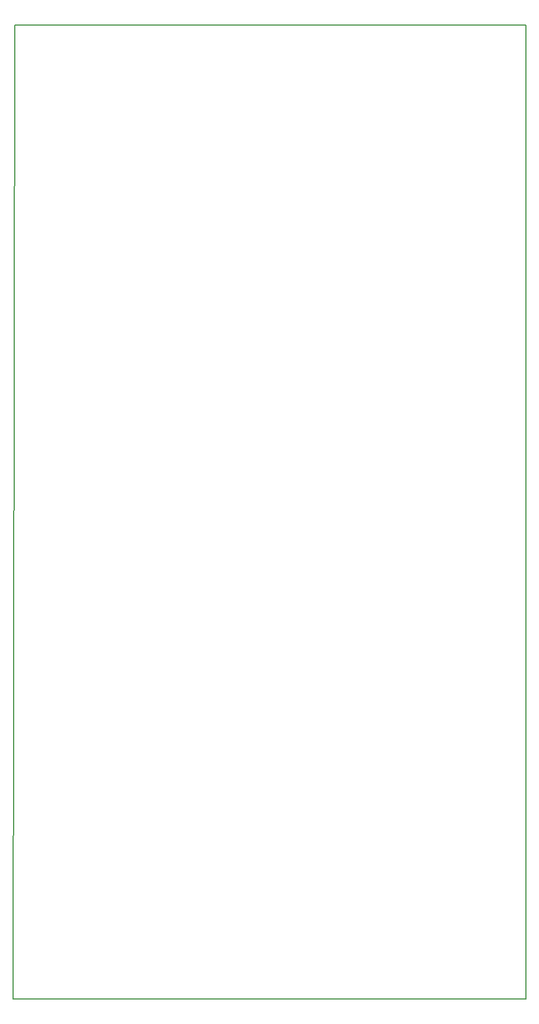
<source format=gbr>
G04 #@! TF.GenerationSoftware,KiCad,Pcbnew,(5.0.0-3-g0214c9d)*
G04 #@! TF.CreationDate,2018-10-20T18:01:30-06:00*
G04 #@! TF.ProjectId,noname,6E6F6E616D652E6B696361645F706362,rev?*
G04 #@! TF.SameCoordinates,Original*
G04 #@! TF.FileFunction,Other,User*
%FSLAX46Y46*%
G04 Gerber Fmt 4.6, Leading zero omitted, Abs format (unit mm)*
G04 Created by KiCad (PCBNEW (5.0.0-3-g0214c9d)) date Saturday, October 20, 2018 at 06:01:30 PM*
%MOMM*%
%LPD*%
G01*
G04 APERTURE LIST*
%ADD10C,0.150000*%
G04 APERTURE END LIST*
D10*
G04 #@! TO.C,G\002A\002A\002A*
X349450000Y144400000D02*
X349650000Y289300000D01*
X425750000Y144450000D02*
X349450000Y144400000D01*
X425750000Y289250000D02*
X425750000Y144450000D01*
X349650000Y289300000D02*
X425750000Y289250000D01*
G04 #@! TD*
M02*

</source>
